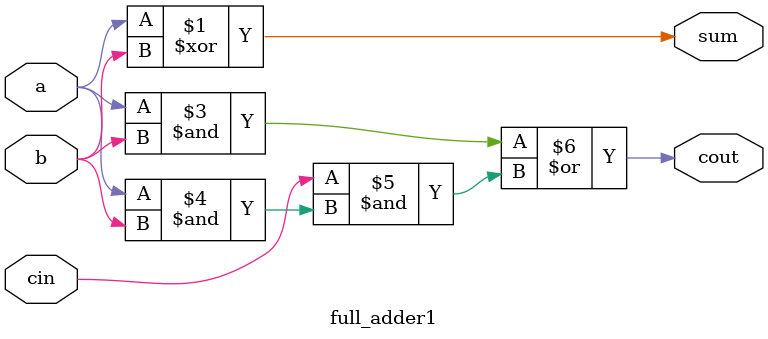
<source format=v>
module full_adder1(a,b,cin,sum,cout);
input a,b,cin;
output sum,cout;
assign sum = a^b^1'b0;
assign cout = a&b|cin&(a&b); 
// initial begin
//     $display("The incorrect adder with xor1 having in2/0");
// end   
endmodule
</source>
